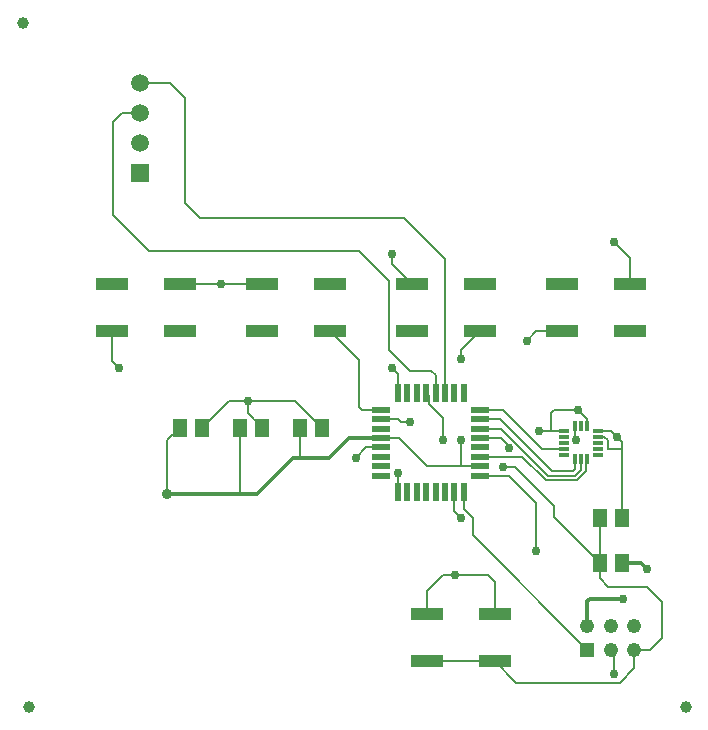
<source format=gtl>
G04 EAGLE Gerber RS-274X export*
G75*
%MOMM*%
%FSLAX34Y34*%
%LPD*%
%INTop Copper*%
%IPPOS*%
%AMOC8*
5,1,8,0,0,1.08239X$1,22.5*%
G01*
%ADD10R,1.600000X0.550000*%
%ADD11R,0.550000X1.600000*%
%ADD12R,0.952400X0.300000*%
%ADD13R,0.300000X0.850800*%
%ADD14R,1.300000X1.500000*%
%ADD15R,2.750000X1.000000*%
%ADD16R,1.219200X1.219200*%
%ADD17C,1.219200*%
%ADD18C,1.000000*%
%ADD19R,1.508000X1.508000*%
%ADD20C,1.508000*%
%ADD21C,0.203200*%
%ADD22C,0.754800*%
%ADD23C,0.904800*%
%ADD24C,0.304800*%


D10*
X301100Y269300D03*
X301100Y261300D03*
X301100Y253300D03*
X301100Y245300D03*
X301100Y237300D03*
X301100Y229300D03*
X301100Y221300D03*
X301100Y213300D03*
D11*
X314900Y199500D03*
X322900Y199500D03*
X330900Y199500D03*
X338900Y199500D03*
X346900Y199500D03*
X354900Y199500D03*
X362900Y199500D03*
X370900Y199500D03*
D10*
X384700Y213300D03*
X384700Y221300D03*
X384700Y229300D03*
X384700Y237300D03*
X384700Y245300D03*
X384700Y253300D03*
X384700Y261300D03*
X384700Y269300D03*
D11*
X370900Y283100D03*
X362900Y283100D03*
X354900Y283100D03*
X346900Y283100D03*
X338900Y283100D03*
X330900Y283100D03*
X322900Y283100D03*
X314900Y283100D03*
D12*
X455638Y251300D03*
X455638Y246300D03*
X455638Y241300D03*
X455638Y236300D03*
X455638Y231300D03*
D13*
X464900Y227280D03*
X469900Y227280D03*
X474900Y227280D03*
D12*
X484162Y231300D03*
X484162Y236300D03*
X484162Y241300D03*
X484162Y246300D03*
X484162Y251300D03*
D13*
X474900Y255320D03*
X469900Y255320D03*
X464900Y255320D03*
D14*
X231800Y254000D03*
X250800Y254000D03*
X181000Y254000D03*
X200000Y254000D03*
X485800Y177800D03*
X504800Y177800D03*
X130200Y254000D03*
X149200Y254000D03*
D15*
X511350Y335600D03*
X453850Y335600D03*
X511350Y375600D03*
X453850Y375600D03*
D16*
X475300Y66200D03*
D17*
X475300Y86200D03*
X495300Y66200D03*
X495300Y86200D03*
X515300Y66200D03*
X515300Y86200D03*
D15*
X257350Y335600D03*
X199850Y335600D03*
X257350Y375600D03*
X199850Y375600D03*
D14*
X485800Y139700D03*
X504800Y139700D03*
D15*
X130350Y335600D03*
X72850Y335600D03*
X130350Y375600D03*
X72850Y375600D03*
X397050Y56200D03*
X339550Y56200D03*
X397050Y96200D03*
X339550Y96200D03*
D18*
X558800Y17780D03*
X-2540Y596900D03*
X2540Y17780D03*
D19*
X96520Y469900D03*
D20*
X96520Y495300D03*
X96520Y520700D03*
X96520Y546100D03*
D15*
X384350Y335600D03*
X326850Y335600D03*
X384350Y375600D03*
X326850Y375600D03*
D21*
X164780Y375600D02*
X130350Y375600D01*
X164780Y375600D02*
X165100Y375920D01*
D22*
X165100Y375920D03*
D21*
X165420Y375600D02*
X199850Y375600D01*
X165420Y375600D02*
X165100Y375920D01*
X172060Y276860D02*
X149200Y254000D01*
D22*
X187960Y276860D03*
D21*
X172060Y276860D01*
X187960Y266040D02*
X200000Y254000D01*
X187960Y266040D02*
X187960Y276860D01*
X227940Y276860D02*
X250800Y254000D01*
X227940Y276860D02*
X187960Y276860D01*
X288100Y237300D02*
X301100Y237300D01*
X288100Y237300D02*
X279400Y228600D01*
D22*
X279400Y228600D03*
D21*
X484162Y251300D02*
X495460Y251300D01*
X500380Y246380D01*
D22*
X500380Y246380D03*
D21*
X484242Y246380D02*
X484162Y246300D01*
X504800Y236220D02*
X504800Y177800D01*
X504800Y236220D02*
X504800Y241960D01*
X500380Y246380D01*
X464900Y246460D02*
X464900Y255320D01*
X464900Y246460D02*
X464820Y246380D01*
X464820Y245226D01*
X466206Y243840D01*
D22*
X466206Y243840D03*
D21*
X402400Y245300D02*
X384700Y245300D01*
X409196Y238504D02*
X409196Y236476D01*
D22*
X409196Y236476D03*
D21*
X409196Y238504D02*
X402400Y245300D01*
X326850Y375600D02*
X309880Y392570D01*
X309880Y401320D01*
D22*
X309880Y401320D03*
D21*
X511350Y397970D02*
X511350Y375600D01*
D22*
X497840Y411480D03*
D21*
X511350Y397970D01*
X339550Y116030D02*
X339550Y96200D01*
X339550Y116030D02*
X353060Y129540D01*
X363220Y129540D01*
D22*
X363220Y129540D03*
D21*
X397050Y123650D02*
X397050Y96200D01*
X397050Y123650D02*
X391160Y129540D01*
X363220Y129540D01*
X484162Y246300D02*
X489735Y246300D01*
X492760Y243275D02*
X492760Y236220D01*
X504800Y236220D01*
X492760Y243275D02*
X489735Y246300D01*
D23*
X119380Y198120D03*
D21*
X119380Y243180D01*
X130200Y254000D01*
D24*
X119380Y198120D02*
X180340Y198120D01*
X195580Y198120D01*
X226060Y228600D01*
X299720Y245300D02*
X301100Y245300D01*
X299720Y245300D02*
X273240Y245300D01*
X256540Y228600D01*
X231140Y228600D01*
X226060Y228600D01*
X475300Y107000D02*
X475300Y86200D01*
X475300Y107000D02*
X477520Y109220D01*
D22*
X505460Y109220D03*
D24*
X477520Y109220D01*
X504800Y139700D02*
X520700Y139700D01*
X525780Y134620D01*
D22*
X525780Y134620D03*
D21*
X455638Y251300D02*
X447200Y251300D01*
X447040Y269240D02*
X467360Y269240D01*
D22*
X467360Y269240D03*
D21*
X474900Y261700D02*
X474900Y255320D01*
X474900Y261700D02*
X467360Y269240D01*
X384700Y221300D02*
X368300Y221300D01*
X340040Y221300D01*
X316040Y245300D02*
X299720Y245300D01*
X316040Y245300D02*
X340040Y221300D01*
X444500Y251300D02*
X455638Y251300D01*
X444500Y251300D02*
X434500Y251300D01*
X434340Y251460D01*
D22*
X434340Y251460D03*
X368300Y243840D03*
D21*
X368300Y221300D01*
X444500Y266700D02*
X447040Y269240D01*
X444500Y266700D02*
X444500Y251300D01*
X181000Y198780D02*
X180340Y198120D01*
X181000Y198780D02*
X181000Y254000D01*
X231140Y228600D02*
X231800Y229260D01*
X231800Y254000D01*
X464900Y227280D02*
X464900Y219187D01*
X463216Y217504D01*
X445436Y217504D01*
X401640Y261300D02*
X384700Y261300D01*
X401640Y261300D02*
X445436Y217504D01*
X436800Y236300D02*
X455638Y236300D01*
X403800Y269300D02*
X384700Y269300D01*
X403800Y269300D02*
X436800Y236300D01*
X469900Y227280D02*
X469900Y218440D01*
X464820Y213360D01*
X441960Y213360D01*
X402020Y253300D02*
X384700Y253300D01*
X402020Y253300D02*
X441960Y213360D01*
X440277Y209296D02*
X466503Y209296D01*
X474448Y226828D02*
X474900Y227280D01*
X474448Y226828D02*
X474448Y217241D01*
X466503Y209296D01*
X420273Y229300D02*
X384700Y229300D01*
X420273Y229300D02*
X440277Y209296D01*
X378460Y163040D02*
X475300Y66200D01*
X378460Y163040D02*
X378460Y177800D01*
X370840Y185420D01*
X370840Y199440D01*
X370900Y199500D01*
X495300Y66200D02*
X497840Y63660D01*
X497840Y45720D01*
D22*
X497840Y45720D03*
X431800Y149860D03*
D21*
X409000Y213300D02*
X384700Y213300D01*
X431800Y190500D02*
X431800Y149860D01*
X431800Y190500D02*
X409000Y213300D01*
X397050Y56200D02*
X415150Y38100D01*
X502920Y38100D01*
X515300Y50480D01*
X515300Y66200D01*
X528480Y66200D01*
X538480Y76200D01*
X538480Y106680D01*
X485800Y126340D02*
X485800Y139700D01*
X525780Y119380D02*
X538480Y106680D01*
X525780Y119380D02*
X492760Y119380D01*
X485800Y126340D01*
X397050Y56200D02*
X339550Y56200D01*
X485800Y139700D02*
X485800Y177800D01*
X485800Y139700D02*
X447040Y178460D01*
X447040Y187960D01*
X414020Y220980D01*
X403860Y220980D01*
D22*
X403860Y220980D03*
X353060Y243840D03*
D21*
X341102Y280898D02*
X338900Y283100D01*
X341102Y280898D02*
X341102Y273838D01*
X353060Y261880D02*
X353060Y243840D01*
X353060Y261880D02*
X341102Y273838D01*
X362900Y199500D02*
X362900Y183200D01*
X368300Y177800D01*
D22*
X368300Y177800D03*
D21*
X354900Y283100D02*
X354900Y396940D01*
X320040Y431800D02*
X147320Y431800D01*
X134620Y444500D01*
X134620Y533400D01*
X121920Y546100D01*
X96520Y546100D01*
X320040Y431800D02*
X354900Y396940D01*
X96520Y520700D02*
X81280Y520700D01*
X73660Y513080D01*
X73660Y434340D01*
X104140Y403860D01*
X281940Y403860D01*
X307340Y378460D01*
X307340Y320040D01*
X325120Y302260D01*
X342900Y302260D01*
X346900Y298260D01*
X346900Y283100D01*
X281940Y311010D02*
X257350Y335600D01*
X281940Y311010D02*
X281940Y271780D01*
X284420Y269300D01*
X301100Y269300D01*
X72850Y310690D02*
X72850Y335600D01*
X72850Y310690D02*
X78740Y304800D01*
D22*
X78740Y304800D03*
X309880Y304800D03*
D21*
X314900Y299780D01*
X314900Y283100D01*
X368300Y319550D02*
X384350Y335600D01*
X368300Y319550D02*
X368300Y312420D01*
D22*
X368300Y312420D03*
X325120Y259080D03*
D21*
X317500Y259080D01*
X314960Y261620D01*
X301420Y261620D01*
X301100Y261300D01*
X432120Y335600D02*
X453850Y335600D01*
X432120Y335600D02*
X424180Y327660D01*
D22*
X424180Y327660D03*
X314960Y215900D03*
D21*
X314960Y199560D01*
X314900Y199500D01*
M02*

</source>
